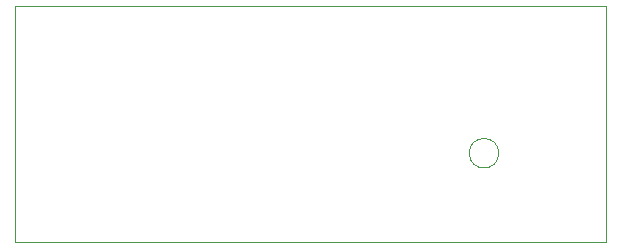
<source format=gbr>
%TF.GenerationSoftware,KiCad,Pcbnew,8.0.5*%
%TF.CreationDate,2024-10-23T20:51:02+01:00*%
%TF.ProjectId,DTC-690 Light,4454432d-3639-4302-904c-696768742e6b,0.2*%
%TF.SameCoordinates,Original*%
%TF.FileFunction,Profile,NP*%
%FSLAX46Y46*%
G04 Gerber Fmt 4.6, Leading zero omitted, Abs format (unit mm)*
G04 Created by KiCad (PCBNEW 8.0.5) date 2024-10-23 20:51:02*
%MOMM*%
%LPD*%
G01*
G04 APERTURE LIST*
%TA.AperFunction,Profile*%
%ADD10C,0.050000*%
%TD*%
G04 APERTURE END LIST*
D10*
X65000000Y-80000000D02*
X115000000Y-80000000D01*
X115000000Y-100000000D01*
X65000000Y-100000000D01*
X65000000Y-80000000D01*
X105950000Y-92500000D02*
G75*
G02*
X103450000Y-92500000I-1250000J0D01*
G01*
X103450000Y-92500000D02*
G75*
G02*
X105950000Y-92500000I1250000J0D01*
G01*
M02*

</source>
